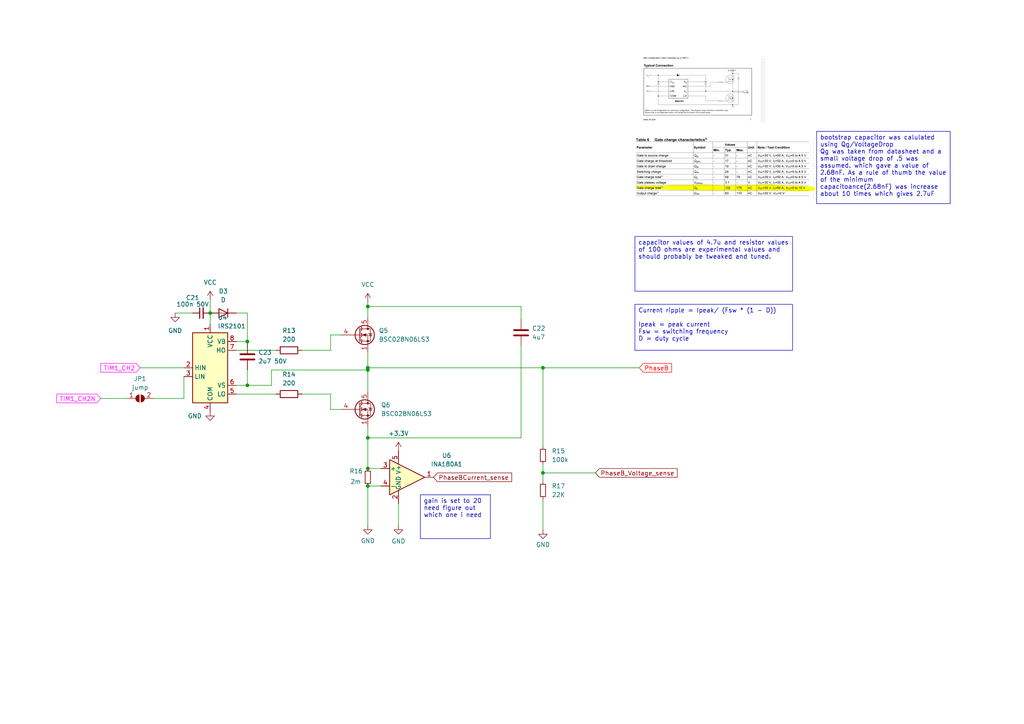
<source format=kicad_sch>
(kicad_sch (version 20231120) (generator "eeschema") (generator_version "8.0")
  (paper "A4")
  (lib_symbols
    (symbol "Amplifier_Current:INA180A1" (pin_names (offset 0.127))
      (property "Reference" "U" (at 3.81 3.81 0))
      (property "Value" "INA180A1" (at 3.81 -2.54 0))
      (symbol "INA180A1_0_1"
        (polyline (pts (xy 5.08 0) (xy -5.08 5.08) (xy -5.08 -5.08) (xy 5.08 0)) (stroke (width 0.254)) (fill (type background)))
      )
      (symbol "INA180A1_1_1"
        (pin output line (at 7.62 0 180) (length 2.54) (name "~") (number "1"))
        (pin power_in line (at -2.54 -7.62 90) (length 3.81) (name "GND") (number "2"))
        (pin input line (at -7.62 2.54 0) (length 2.54) (name "+") (number "3"))
        (pin input line (at -7.62 -2.54 0) (length 2.54) (name "-") (number "4"))
        (pin power_in line (at -2.54 7.62 270) (length 3.81) (name "V+") (number "5"))
      )
    )
    (symbol "Device:C" (pin_numbers hide) (pin_names (offset 0.254))
      (property "Reference" "C" (at 0.635 2.54 0))
      (property "Value" "C" (at 0.635 -2.54 0))
      (symbol "C_0_1"
        (polyline (pts (xy -2.032 -0.762) (xy 2.032 -0.762)) (stroke (width 0.508)))
        (polyline (pts (xy -2.032 0.762) (xy 2.032 0.762)) (stroke (width 0.508)))
      )
      (symbol "C_1_1"
        (pin passive line (at 0 3.81 270) (length 2.794) (name "~") (number "1"))
        (pin passive line (at 0 -3.81 90) (length 2.794) (name "~") (number "2"))
      )
    )
    (symbol "Device:C_Small" (pin_numbers hide) (pin_names (offset 0.254) hide)
      (property "Reference" "C" (at 0.254 1.778 0))
      (property "Value" "C_Small" (at 0.254 -2.032 0))
      (symbol "C_Small_0_1"
        (polyline (pts (xy -1.524 -0.508) (xy 1.524 -0.508)) (stroke (width 0.3302)))
        (polyline (pts (xy -1.524 0.508) (xy 1.524 0.508)) (stroke (width 0.3048)))
      )
      (symbol "C_Small_1_1"
        (pin passive line (at 0 2.54 270) (length 2.032) (name "~") (number "1"))
        (pin passive line (at 0 -2.54 90) (length 2.032) (name "~") (number "2"))
      )
    )
    (symbol "Device:D" (pin_numbers hide) (pin_names (offset 1.016) hide)
      (property "Reference" "D" (at 0 2.54 0))
      (property "Value" "D" (at 0 -2.54 0))
      (symbol "D_0_1"
        (polyline (pts (xy -1.27 1.27) (xy -1.27 -1.27)) (stroke (width 0.254)))
        (polyline (pts (xy 1.27 0) (xy -1.27 0)))
        (polyline (pts (xy 1.27 1.27) (xy 1.27 -1.27) (xy -1.27 0) (xy 1.27 1.27)) (stroke (width 0.254)))
      )
      (symbol "D_1_1"
        (pin passive line (at -3.81 0 0) (length 2.54) (name "K") (number "1"))
        (pin passive line (at 3.81 0 180) (length 2.54) (name "A") (number "2"))
      )
    )
    (symbol "Device:R" (pin_numbers hide) (pin_names (offset 0))
      (property "Reference" "R" (at 2.032 0 90))
      (property "Value" "R" (at 0 0 90))
      (symbol "R_0_1"
        (rectangle (start -1.016 -2.54) (end 1.016 2.54) (stroke (width 0.254)))
      )
      (symbol "R_1_1"
        (pin passive line (at 0 3.81 270) (length 1.27) (name "~") (number "1"))
        (pin passive line (at 0 -3.81 90) (length 1.27) (name "~") (number "2"))
      )
    )
    (symbol "Device:R_Small" (pin_numbers hide) (pin_names (offset 0.254) hide)
      (property "Reference" "R" (at 0.762 0.508 0))
      (property "Value" "R_Small" (at 0.762 -1.016 0))
      (symbol "R_Small_0_1"
        (rectangle (start -0.762 1.778) (end 0.762 -1.778) (stroke (width 0.2032)))
      )
      (symbol "R_Small_1_1"
        (pin passive line (at 0 2.54 270) (length 0.762) (name "~") (number "1"))
        (pin passive line (at 0 -2.54 90) (length 0.762) (name "~") (number "2"))
      )
    )
    (symbol "Driver_FET:IRS2101"
      (property "Reference" "U" (at 1.27 13.335 0))
      (property "Value" "IRS2101" (at 1.27 11.43 0))
      (symbol "IRS2101_0_1"
        (rectangle (start -5.08 -10.16) (end 5.08 10.16) (stroke (width 0.254)) (fill (type background)))
      )
      (symbol "IRS2101_1_1"
        (pin power_in line (at 0 12.7 270) (length 2.54) (name "VCC") (number "1"))
        (pin input line (at -7.62 0 0) (length 2.54) (name "HIN") (number "2"))
        (pin input line (at -7.62 -2.54 0) (length 2.54) (name "LIN") (number "3"))
        (pin power_in line (at 0 -12.7 90) (length 2.54) (name "COM") (number "4"))
        (pin output line (at 7.62 -7.62 180) (length 2.54) (name "LO") (number "5"))
        (pin passive line (at 7.62 -5.08 180) (length 2.54) (name "VS") (number "6"))
        (pin output line (at 7.62 5.08 180) (length 2.54) (name "HO") (number "7"))
        (pin passive line (at 7.62 7.62 180) (length 2.54) (name "VB") (number "8"))
      )
    )
    (symbol "GND_1" (power) (pin_numbers hide) (pin_names (offset 0) hide)
      (property "Value" "GND" (at 0 -3.81 0))
      (symbol "GND_1_0_1"
        (polyline (pts (xy 0 0) (xy 0 -1.27) (xy 1.27 -1.27) (xy 0 -2.54) (xy -1.27 -1.27) (xy 0 -1.27)))
      )
      (symbol "GND_1_1_1"
        (pin power_in line (at 0 0 270) (length 0) (name "~") (number "1"))
      )
    )
    (symbol "Jumper:SolderJumper_2_Open" (pin_names (offset 0) hide)
      (property "Reference" "JP" (at 0 2.032 0))
      (property "Value" "SolderJumper_2_Open" (at 0 -2.54 0))
      (symbol "SolderJumper_2_Open_0_1"
        (arc (start -0.254 1.016) (mid -1.2656 0) (end -0.254 -1.016))
        (arc (start -0.254 1.016) (mid -1.2656 0) (end -0.254 -1.016) (fill (type outline)))
        (polyline (pts (xy -0.254 1.016) (xy -0.254 -1.016)))
        (polyline (pts (xy 0.254 1.016) (xy 0.254 -1.016)))
        (arc (start 0.254 -1.016) (mid 1.2656 0) (end 0.254 1.016))
        (arc (start 0.254 -1.016) (mid 1.2656 0) (end 0.254 1.016) (fill (type outline)))
      )
      (symbol "SolderJumper_2_Open_1_1"
        (pin passive line (at -3.81 0 0) (length 2.54) (name "A") (number "1"))
        (pin passive line (at 3.81 0 180) (length 2.54) (name "B") (number "2"))
      )
    )
    (symbol "Transistor_FET:BSC028N06LS3" (pin_names hide)
      (property "Reference" "Q" (at 5.08 1.905 0))
      (property "Value" "BSC028N06LS3" (at 5.08 0 0))
      (symbol "BSC028N06LS3_0_1"
        (polyline (pts (xy 0.254 0) (xy -2.54 0)))
        (polyline (pts (xy 0.254 1.905) (xy 0.254 -1.905)) (stroke (width 0.254)))
        (polyline (pts (xy 0.762 -1.27) (xy 0.762 -2.286)) (stroke (width 0.254)))
        (polyline (pts (xy 0.762 0.508) (xy 0.762 -0.508)) (stroke (width 0.254)))
        (polyline (pts (xy 0.762 2.286) (xy 0.762 1.27)) (stroke (width 0.254)))
        (polyline (pts (xy 2.54 2.54) (xy 2.54 1.778)))
        (polyline (pts (xy 2.54 -2.54) (xy 2.54 0) (xy 0.762 0)))
        (polyline (pts (xy 0.762 -1.778) (xy 3.302 -1.778) (xy 3.302 1.778) (xy 0.762 1.778)))
        (polyline (pts (xy 1.016 0) (xy 2.032 0.381) (xy 2.032 -0.381) (xy 1.016 0)) (fill (type outline)))
        (polyline (pts (xy 2.794 0.508) (xy 2.921 0.381) (xy 3.683 0.381) (xy 3.81 0.254)))
        (polyline (pts (xy 3.302 0.381) (xy 2.921 -0.254) (xy 3.683 -0.254) (xy 3.302 0.381)))
        (circle (center 1.651 0) (radius 2.794) (stroke (width 0.254)))
        (circle (center 2.54 -1.778) (radius 0.254) (fill (type outline)))
        (circle (center 2.54 1.778) (radius 0.254) (fill (type outline)))
      )
      (symbol "BSC028N06LS3_1_1"
        (pin passive line (at 2.54 -5.08 90) (length 2.54) (name "S") (number "1"))
        (pin passive line (at 2.54 -5.08 90) (length 2.54) hide (name "S") (number "2"))
        (pin passive line (at 2.54 -5.08 90) (length 2.54) hide (name "S") (number "3"))
        (pin passive line (at -5.08 0 0) (length 2.54) (name "G") (number "4"))
        (pin passive line (at 2.54 5.08 270) (length 2.54) (name "D") (number "5"))
      )
    )
    (symbol "power:+3.3V" (power) (pin_numbers hide) (pin_names (offset 0) hide)
      (property "Value" "+3.3V" (at 0 3.556 0))
      (symbol "+3.3V_0_1"
        (polyline (pts (xy -0.762 1.27) (xy 0 2.54)))
        (polyline (pts (xy 0 0) (xy 0 2.54)))
        (polyline (pts (xy 0 2.54) (xy 0.762 1.27)))
      )
      (symbol "+3.3V_1_1"
        (pin power_in line (at 0 0 90) (length 0) (name "~") (number "1"))
      )
    )
    (symbol "power:GND" (power) (pin_names (offset 0))
      (property "Value" "GND" (at 0 -3.81 0))
      (symbol "GND_0_1"
        (polyline (pts (xy 0 0) (xy 0 -1.27) (xy 1.27 -1.27) (xy 0 -2.54) (xy -1.27 -1.27) (xy 0 -1.27)))
      )
      (symbol "GND_1_1"
        (pin power_in line (at 0 0 270) (length 0) hide (name "GND") (number "1"))
      )
    )
    (symbol "power:VCC" (power) (pin_names (offset 0))
      (property "Value" "VCC" (at 0 3.81 0))
      (symbol "VCC_0_1"
        (polyline (pts (xy -0.762 1.27) (xy 0 2.54)))
        (polyline (pts (xy 0 0) (xy 0 2.54)))
        (polyline (pts (xy 0 2.54) (xy 0.762 1.27)))
      )
      (symbol "VCC_1_1"
        (pin power_in line (at 0 0 90) (length 0) hide (name "VCC") (number "1"))
      )
    )
  )
  (junction (at 157.48 137.16))
  (junction (at 106.68 140.97))
  (junction (at 106.68 127))
  (junction (at 106.68 107.315))
  (junction (at 106.68 135.89))
  (junction (at 71.755 99.06))
  (junction (at 157.48 106.68))
  (junction (at 106.68 106.68))
  (junction (at 71.755 111.76))
  (junction (at 106.68 88.9))
  (junction (at 60.96 90.805))
  (wire (pts (xy 106.68 140.97) (xy 110.49 140.97)))
  (wire (pts (xy 71.755 90.805) (xy 68.58 90.805)))
  (wire (pts (xy 106.68 106.68) (xy 157.48 106.68)))
  (wire (pts (xy 157.48 106.68) (xy 157.48 129.54)))
  (wire (pts (xy 106.68 88.9) (xy 151.13 88.9)))
  (wire (pts (xy 78.74 107.315) (xy 106.68 107.315)))
  (wire (pts (xy 95.885 101.6) (xy 95.885 97.155)))
  (wire (pts (xy 95.885 114.3) (xy 95.885 118.745)))
  (wire (pts (xy 71.755 99.06) (xy 71.755 90.805)))
  (wire (pts (xy 157.48 144.78) (xy 157.48 153.67)))
  (wire (pts (xy 106.68 107.315) (xy 106.68 113.665)))
  (wire (pts (xy 106.68 87.63) (xy 106.68 88.9)))
  (wire (pts (xy 78.74 111.76) (xy 78.74 107.315)))
  (wire (pts (xy 106.68 127) (xy 106.68 123.825)))
  (wire (pts (xy 29.21 115.57) (xy 36.83 115.57)))
  (wire (pts (xy 68.58 99.06) (xy 71.755 99.06)))
  (wire (pts (xy 106.68 135.89) (xy 110.49 135.89)))
  (wire (pts (xy 106.68 88.9) (xy 106.68 92.075)))
  (wire (pts (xy 87.63 101.6) (xy 95.885 101.6)))
  (wire (pts (xy 106.68 102.235) (xy 106.68 106.68)))
  (wire (pts (xy 68.58 111.76) (xy 71.755 111.76)))
  (wire (pts (xy 106.68 127) (xy 106.68 135.89)))
  (wire (pts (xy 95.885 97.155) (xy 99.06 97.155)))
  (wire (pts (xy 106.68 127) (xy 151.13 127)))
  (wire (pts (xy 95.885 118.745) (xy 99.06 118.745)))
  (wire (pts (xy 157.48 137.16) (xy 157.48 139.7)))
  (wire (pts (xy 40.64 106.68) (xy 53.34 106.68)))
  (wire (pts (xy 151.13 100.33) (xy 151.13 127)))
  (wire (pts (xy 115.57 152.4) (xy 115.57 146.05)))
  (wire (pts (xy 68.58 114.3) (xy 80.01 114.3)))
  (wire (pts (xy 151.13 88.9) (xy 151.13 92.71)))
  (wire (pts (xy 60.96 86.995) (xy 60.96 90.805)))
  (wire (pts (xy 68.58 101.6) (xy 80.01 101.6)))
  (wire (pts (xy 157.48 137.16) (xy 172.72 137.16)))
  (wire (pts (xy 60.96 90.805) (xy 60.96 93.98)))
  (wire (pts (xy 50.8 90.805) (xy 55.88 90.805)))
  (wire (pts (xy 87.63 114.3) (xy 95.885 114.3)))
  (wire (pts (xy 106.68 106.68) (xy 106.68 107.315)))
  (wire (pts (xy 71.755 111.76) (xy 78.74 111.76)))
  (wire (pts (xy 71.755 99.695) (xy 71.755 99.06)))
  (wire (pts (xy 71.755 107.315) (xy 71.755 111.76)))
  (wire (pts (xy 106.68 140.97) (xy 106.68 152.4)))
  (wire (pts (xy 44.45 115.57) (xy 53.34 115.57)))
  (wire (pts (xy 157.48 106.68) (xy 185.42 106.68)))
  (wire (pts (xy 157.48 134.62) (xy 157.48 137.16)))
  (wire (pts (xy 53.34 115.57) (xy 53.34 109.22)))
  (image (at 203.2 26.035) (scale 0.13517))
  (image (at 209.55 48.895) (scale 0.173279))
  (text_box "Current ripple = Ipeak/ (Fsw * (1 - D))\n\nIpeak = peak current\nFsw = switching frequency\nD = duty cycle" (at 184.15 88.265 0) (size 45.72 13.335) (effects (font (size 1.27 1.27)) (justify left top)))
  (text_box "bootstrap capacitor was calulated using Qg/VoltageDrop\nQg was taken from datasheet and a small voltage drop of .5 was assumed. which gave a value of 2.68nF. As a rule of thumb the value of the minimum capacitoance(2.68nF) was increase about 10 times which gives 2.7uF\n " (at 236.855 38.1 0) (size 38.735 20.955) (effects (font (size 1.27 1.27)) (justify left top)))
  (text_box "gain is set to 20 need figure out which one i need \n" (at 121.92 143.51 0) (size 20.32 12.7) (effects (font (size 1.27 1.27)) (justify left top)))
  (text_box "capacitor values of 4.7u and resistor values of 100 ohms are experimental values and should probably be tweaked and tuned.\n" (at 184.15 68.58 0) (size 45.72 15.875) (effects (font (size 1.27 1.27)) (justify left top)))
  (global_label "PhaseB_Voltage_sense" (shape input) (at 172.72 137.16 0) (property "Intersheetrefs" "${INTERSHEET_REFS}" (effects (hide yes))))
  (global_label "PhaseBCurrent_sense" (shape input) (at 125.73 138.43 0) (property "Intersheetrefs" "${INTERSHEET_REFS}" (effects (hide yes))))
  (global_label "PhaseB" (shape input) (at 185.42 106.68 0) (property "Intersheetrefs" "${INTERSHEET_REFS}" (effects (hide yes))))
  (global_label "TIM1_CH2" (shape input) (at 40.64 106.68 180) (property "Intersheetrefs" "${INTERSHEET_REFS}" (effects (hide yes))))
  (global_label "TIM1_CH2N" (shape input) (at 29.21 115.57 180) (property "Intersheetrefs" "${INTERSHEET_REFS}" (effects (hide yes))))
  (symbol (lib_id "power:VCC") (at 106.68 87.63 0) (unit 1)
    (property "Reference" "#PWR038" (effects (hide yes)))
    (property "Value" "VCC" (at 106.68 82.55 0))
  )
  (symbol (lib_id "Device:C_Small") (at 58.42 90.805 90) (unit 1)
    (property "Reference" "C21" (at 55.88 86.36 90))
    (property "Value" "100n 50V" (at 55.88 88.265 90))
    (property "Footprint" "Capacitor_SMD:C_0603_1608Metric_Pad1.08x0.95mm_HandSolder" (effects (hide yes)))
  )
  (symbol (lib_id "power:GND") (at 50.8 90.805 0) (unit 1)
    (property "Reference" "#PWR046" (effects (hide yes)))
    (property "Value" "GND" (at 50.8 95.885 0))
  )
  (symbol (lib_id "Transistor_FET:BSC028N06LS3") (at 104.14 97.155 0) (unit 1)
    (property "Reference" "Q5" (at 109.855 95.885 0) (effects (justify left)))
    (property "Value" "BSC028N06LS3" (at 109.855 98.425 0) (effects (justify left)))
    (property "Footprint" "Package_TO_SOT_SMD:TDSON-8-1" (effects (hide yes)))
    (property "Datasheet" "http://www.infineon.com/dgdl/Infineon-BSC028N06LS3-DS-v02_02-en.pdf?fileId=db3a30431ddc9372011ebafa4c607f8c" (effects (hide yes)))
  )
  (symbol (lib_id "Device:R_Small") (at 157.48 142.24 0) (unit 1)
    (property "Reference" "R17" (at 160.02 140.9699 0) (effects (justify left)))
    (property "Value" "22K" (at 160.02 143.5099 0) (effects (justify left)))
    (property "Description" "Resistor, small symbol" (effects (hide yes)))
  )
  (symbol (lib_id "Device:R") (at 83.82 101.6 90) (unit 1)
    (property "Reference" "R13" (at 83.82 95.885 90))
    (property "Value" "200" (at 83.82 98.425 90))
    (property "Footprint" "Resistor_SMD:R_2512_6332Metric_Pad1.40x3.35mm_HandSolder" (effects (hide yes)))
  )
  (symbol (lib_id "Device:R_Small") (at 157.48 132.08 0) (unit 1)
    (property "Reference" "R15" (at 160.02 130.8099 0) (effects (justify left)))
    (property "Value" "100k" (at 160.02 133.3499 0) (effects (justify left)))
    (property "Description" "Resistor, small symbol" (effects (hide yes)))
  )
  (symbol (lib_id "Jumper:SolderJumper_2_Open") (at 40.64 115.57 0) (unit 1)
    (property "Reference" "JP1" (at 40.64 109.855 0))
    (property "Value" "jump" (at 40.64 112.395 0))
    (property "Footprint" "Capacitor_SMD:C_0603_1608Metric_Pad1.08x0.95mm_HandSolder" (effects (hide yes)))
  )
  (symbol (lib_id "power:GND") (at 157.48 153.67 0) (unit 1)
    (property "Reference" "#PWR051" (effects (hide yes)))
    (property "Value" "GND" (at 157.48 157.988 0))
  )
  (symbol (lib_id "Device:C") (at 71.755 103.505 0) (unit 1)
    (property "Reference" "C23" (at 74.93 102.235 0) (effects (justify left)))
    (property "Value" "2u7 50V" (at 74.93 104.775 0) (effects (justify left)))
    (property "Footprint" "Capacitor_SMD:C_0603_1608Metric_Pad1.08x0.95mm_HandSolder" (effects (hide yes)))
  )
  (symbol (lib_id "Device:R_Small") (at 106.68 138.43 0) (unit 1)
    (property "Reference" "R16" (at 101.346 136.652 0) (effects (justify left)))
    (property "Value" "2m" (at 101.6 139.7 0) (effects (justify left)))
    (property "Description" "Resistor, small symbol" (effects (hide yes)))
  )
  (symbol (lib_id "power:GND") (at 106.68 152.4 0) (unit 1)
    (property "Reference" "#PWR049" (effects (hide yes)))
    (property "Value" "GND" (at 106.68 156.845 0))
  )
  (symbol (lib_id "power:GND") (at 60.96 119.38 0) (unit 1)
    (property "Reference" "#PWR047" (effects (hide yes)))
    (property "Value" "GND" (at 56.515 120.65 0))
  )
  (symbol (lib_id "Transistor_FET:BSC028N06LS3") (at 104.14 118.745 0) (unit 1)
    (property "Reference" "Q6" (at 110.49 117.475 0) (effects (justify left)))
    (property "Value" "BSC028N06LS3" (at 110.49 120.015 0) (effects (justify left)))
    (property "Footprint" "Package_TO_SOT_SMD:TDSON-8-1" (effects (hide yes)))
    (property "Datasheet" "http://www.infineon.com/dgdl/Infineon-BSC028N06LS3-DS-v02_02-en.pdf?fileId=db3a30431ddc9372011ebafa4c607f8c" (effects (hide yes)))
  )
  (symbol (lib_name "GND_1") (lib_id "power:GND") (at 115.57 152.4 0) (unit 1)
    (property "Reference" "#PWR050" (effects (hide yes)))
    (property "Value" "GND" (at 115.57 156.972 0))
    (property "Description" "Power symbol creates a global label with name \"GND\" , ground" (effects (hide yes)))
  )
  (symbol (lib_id "Amplifier_Current:INA180A1") (at 118.11 138.43 0) (unit 1)
    (property "Reference" "U6" (at 129.54 132.1114 0))
    (property "Value" "INA180A1" (at 129.54 134.6514 0))
    (property "Footprint" "Package_TO_SOT_SMD:SOT-23-5" (effects (hide yes)))
    (property "Datasheet" "http://www.ti.com/lit/ds/symlink/ina180.pdf" (effects (hide yes)))
    (property "Description" "Current Sense Amplifier, 1 Circuit, Rail-to-Rail, 26V, Gain 20 V/V, SOT-23-5" (effects (hide yes)))
  )
  (symbol (lib_id "Device:C") (at 151.13 96.52 0) (unit 1)
    (property "Reference" "C22" (at 154.305 95.25 0) (effects (justify left)))
    (property "Value" "4u7" (at 154.305 97.79 0) (effects (justify left)))
    (property "Footprint" "Capacitor_SMD:C_0603_1608Metric_Pad1.08x0.95mm_HandSolder" (effects (hide yes)))
  )
  (symbol (lib_id "power:VCC") (at 60.96 86.995 0) (unit 1)
    (property "Reference" "#PWR037" (effects (hide yes)))
    (property "Value" "VCC" (at 60.96 81.915 0))
  )
  (symbol (lib_id "power:+3.3V") (at 115.57 130.81 0) (unit 1)
    (property "Reference" "#PWR048" (effects (hide yes)))
    (property "Value" "+3.3V" (at 115.57 125.73 0))
    (property "Description" "Power symbol creates a global label with name \"+3.3V\"" (effects (hide yes)))
  )
  (symbol (lib_id "Driver_FET:IRS2101") (at 60.96 106.68 0) (unit 1)
    (property "Reference" "U4" (at 63.1541 92.075 0) (effects (justify left)))
    (property "Value" "IRS2101" (at 63.1541 94.615 0) (effects (justify left)))
    (property "Footprint" "Package_SO:SOIC-8-1EP_3.9x4.9mm_P1.27mm_EP2.41x3.81mm" (effects (hide yes)))
    (property "Datasheet" "https://www.infineon.com/dgdl/ir2101.pdf?fileId=5546d462533600a4015355c7a755166c" (effects (hide yes)))
  )
  (symbol (lib_id "Device:D") (at 64.77 90.805 180) (unit 1)
    (property "Reference" "D3" (at 64.77 84.455 0))
    (property "Value" "D" (at 64.77 86.995 0))
    (property "Footprint" "Diode_SMD:D_0603_1608Metric_Pad1.05x0.95mm_HandSolder" (effects (hide yes)))
    (property "Sim.Device" "D" (effects (hide yes)))
    (property "Sim.Pins" "1=K 2=A" (effects (hide yes)))
  )
  (symbol (lib_id "Device:R") (at 83.82 114.3 90) (unit 1)
    (property "Reference" "R14" (at 83.82 108.585 90))
    (property "Value" "200" (at 83.82 111.125 90))
    (property "Footprint" "Resistor_SMD:R_2512_6332Metric_Pad1.40x3.35mm_HandSolder" (effects (hide yes)))
  )
)
</source>
